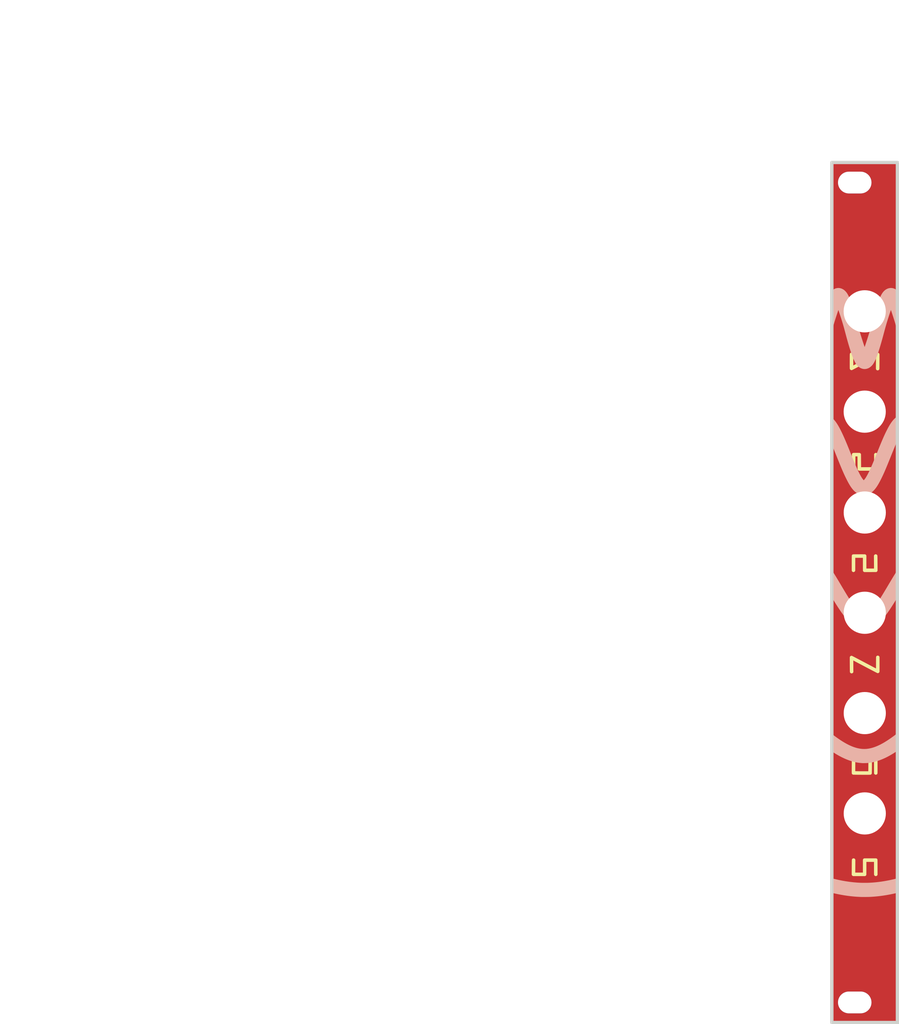
<source format=kicad_pcb>
(kicad_pcb (version 20241229) (generator "pcbnew") (generator_version "9.0")
  (title_block (title "Castor & Pollux II") (date "2025-01-30") (rev "v1 DIY") (company "Winterbloom") (comment 1 "Alethea Flowers") (comment 2 "CC BY-NC-ND 4.0") (comment 3 "gemini.wntr.dev"))
  (layers (0 "F.Cu" signal) (2 "B.Cu" signal) (13 "F.Paste" user) (15 "B.Paste" user) (5 "F.SilkS" user "F.Silkscreen") (7 "B.SilkS" user "B.Silkscreen") (1 "F.Mask" user) (3 "B.Mask" user) (25 "Edge.Cuts" user))
  (net 0 "")
  (footprint "DrillHole" (layer "F.Cu") (at 139.264989 145.44438)
    (property "Reference" "" (at 0 0 0) (layer "F.SilkS") (effects (font (size 1.27 1.27))))
    (property "Value" "")
    (pad "" np_thru_hole circle (at 0 0) (size 6.3 6.3) (drill 6.3) (layers "*.Cu" "*.Mask") (clearance 0.1))
  )
  (footprint "Graphics" (layer "F.Cu") (at 134.344989 48.18438)
    (property "Reference" "" (at 0 0 0) (layer "F.SilkS") (effects (font (size 1.27 1.27))))
    (property "Value" "")
    (fp_poly (pts (xy 4.29 109.740052) (xy 3.803114 109.715417) (xy 3.317352 109.678985) (xy 2.830532 109.630455) (xy 2.340474 109.569527) (xy 1.844998 109.4959) (xy 1.341923 109.409275) (xy 0.829069 109.30935) (xy 0.304255 109.195826) (xy 0.2525 109.18405) (xy 0 109.12635) (xy 0 108.042009) (xy 0 106.957667) (xy 0.0225 106.963881) (xy 0.037975 106.967881) (xy 0.070059 106.975969) (xy 0.115941 106.987445) (xy 0.172811 107.001607) (xy 0.237859 107.017754) (xy 0.305 107.034375) (xy 0.902203 107.173602) (xy 1.493788 107.294619) (xy 2.079413 107.397378) (xy 2.658736 107.481825) (xy 3.231415 107.547911) (xy 3.797109 107.595584) (xy 4.229859 107.619806) (xy 4.314764 107.622813) (xy 4.415958 107.625269) (xy 4.53007 107.627172) (xy 4.653728 107.628523) (xy 4.783561 107.629319) (xy 4.916197 107.62956) (xy 5.048264 107.629246) (xy 5.176391 107.628376) (xy 5.297205 107.626949) (xy 5.407335 107.624964) (xy 5.503409 107.62242) (xy 5.565 107.620111) (xy 6.035113 107.593527) (xy 6.502318 107.555181) (xy 6.969765 107.504674) (xy 7.440601 107.441604) (xy 7.917977 107.365571) (xy 8.40504 107.276175) (xy 8.64 107.229059) (xy 8.727365 107.210715) (xy 8.825743 107.189429) (xy 8.932289 107.165864) (xy 9.044155 107.140684) (xy 9.158497 107.114551) (xy 9.272467 107.088128) (xy 9.38322 107.06208) (xy 9.487909 107.03707) (xy 9.583689 107.01376) (xy 9.667713 106.992814) (xy 9.737136 106.974896) (xy 9.7775 106.963957) (xy 9.8 106.957667) (xy 9.8 108.042211) (xy 9.8 109.126755) (xy 9.5325 109.187894) (xy 9.060656 109.291505) (xy 8.601523 109.38356) (xy 8.151828 109.464529) (xy 7.708301 109.53488) (xy 7.267668 109.595081) (xy 6.82666 109.645601) (xy 6.382003 109.686908) (xy 5.930426 109.719471) (xy 5.745 109.730269) (xy 5.681838 109.733069) (xy 5.601457 109.735627) (xy 5.506633 109.737923) (xy 5.400146 109.739939) (xy 5.284774 109.741657) (xy 5.163296 109.743057) (xy 5.03849 109.744122) (xy 4.913135 109.744831) (xy 4.790009 109.745167) (xy 4.67189 109.745111) (xy 4.561558 109.744644) (xy 4.46179 109.743748) (xy 4.375365 109.742404) (xy 4.305061 109.740592) (xy 4.29 109.740052)) (fill yes) (layer "B.SilkS"))
    (fp_poly (pts (xy 4.54 89.744196) (xy 4.512889 89.742009) (xy 4.471267 89.738683) (xy 4.420562 89.73465) (xy 4.366202 89.730343) (xy 4.36 89.729853) (xy 4.022875 89.693637) (xy 3.681346 89.637934) (xy 3.335449 89.562754) (xy 2.985219 89.468113) (xy 2.630693 89.354021) (xy 2.271906 89.220492) (xy 1.908895 89.067539) (xy 1.541694 88.895175) (xy 1.170339 88.703412) (xy 0.794867 88.492263) (xy 0.640041 88.400272) (xy 0.52374 88.32922) (xy 0.395893 88.249521) (xy 0.261224 88.164159) (xy 0.124456 88.076121) (xy 0.037624 88.019501) (xy 0.000248 87.995) (xy 0.000124 86.686929) (xy 0 85.378858) (xy 0.0725 85.436041) (xy 0.099979 85.457366) (xy 0.140566 85.488394) (xy 0.191317 85.526898) (xy 0.249289 85.570652) (xy 0.311537 85.617428) (xy 0.375 85.66491) (xy 0.701501 85.904069) (xy 1.017962 86.126516) (xy 1.324928 86.332513) (xy 1.622941 86.522318) (xy 1.912546 86.69619) (xy 2.194287 86.85439) (xy 2.468706 86.997177) (xy 2.736347 87.12481) (xy 2.997754 87.237549) (xy 3.253471 87.335655) (xy 3.504042 87.419385) (xy 3.750009 87.489) (xy 3.991917 87.54476) (xy 4.230309 87.586924) (xy 4.459106 87.615117) (xy 4.556035 87.622353) (xy 4.666909 87.627063) (xy 4.785836 87.629249) (xy 4.906921 87.628909) (xy 5.024269 87.626044) (xy 5.131988 87.620653) (xy 5.200894 87.615148) (xy 5.459685 87.582436) (xy 5.721448 87.533775) (xy 5.986907 87.468905) (xy 6.256787 87.387571) (xy 6.531811 87.289514) (xy 6.812706 87.174477) (xy 7.100195 87.042204) (xy 7.395004 86.892436) (xy 7.681089 86.734533) (xy 7.908455 86.600623) (xy 8.14641 86.453275) (xy 8.392471 86.294189) (xy 8.644155 86.125064) (xy 8.89898 85.947598) (xy 9.154464 85.763492) (xy 9.408123 85.574445) (xy 9.657475 85.382156) (xy 9.6625 85.378212) (xy 9.8 85.270228) (xy 9.8 86.585477) (xy 9.8 87.900726) (xy 9.5525 88.063892) (xy 9.21838 88.278611) (xy 8.892675 88.476542) (xy 8.574051 88.658358) (xy 8.261174 88.824736) (xy 7.952711 88.976349) (xy 7.647328 89.113872) (xy 7.343691 89.237979) (xy 7.040466 89.349346) (xy 6.95 89.380165) (xy 6.682982 89.465154) (xy 6.426452 89.537581) (xy 6.176138 89.59838) (xy 5.927767 89.648485) (xy 5.677067 89.688829) (xy 5.419765 89.720346) (xy 5.37 89.725391) (xy 5.322144 89.729193) (xy 5.259428 89.732822) (xy 5.185113 89.736206) (xy 5.102456 89.739271) (xy 5.014719 89.741942) (xy 4.92516 89.744146) (xy 4.837039 89.745809) (xy 4.753616 89.746857) (xy 4.67815 89.747216) (xy 4.613901 89.746812) (xy 4.564128 89.745572) (xy 4.54 89.744196)) (fill yes) (layer "B.SilkS"))
    (fp_poly (pts (xy 4.72 69.74407) (xy 4.513078 69.713244) (xy 4.313017 69.669967) (xy 4.118198 69.613482) (xy 3.927002 69.543032) (xy 3.73781 69.457859) (xy 3.549002 69.357208) (xy 3.358958 69.240321) (xy 3.166061 69.106441) (xy 2.968689 68.954812) (xy 2.885 68.886426) (xy 2.835513 68.843551) (xy 2.775089 68.788351) (xy 2.706219 68.723321) (xy 2.631396 68.650958) (xy 2.553112 68.573757) (xy 2.47386 68.494213) (xy 2.396132 68.414821) (xy 2.322419 68.338077) (xy 2.255216 68.266477) (xy 2.197013 68.202515) (xy 2.162117 68.162637) (xy 2.033762 68.009818) (xy 1.904373 67.850042) (xy 1.773346 67.68243) (xy 1.640078 67.506104) (xy 1.503966 67.320183) (xy 1.364408 67.12379) (xy 1.2208 66.916044) (xy 1.072539 66.696067) (xy 0.919024 66.462979) (xy 0.759649 66.215901) (xy 0.593814 65.953955) (xy 0.420914 65.67626) (xy 0.240347 65.381938) (xy 0.126867 65.195) (xy -0.000139 64.985) (xy 0.00243 62.950017) (xy 0.005 60.915034) (xy 0.136223 61.120017) (xy 0.225397 61.260089) (xy 0.317799 61.406789) (xy 0.414105 61.56123) (xy 0.514993 61.724522) (xy 0.621139 61.897777) (xy 0.73322 62.082107) (xy 0.851912 62.278623) (xy 0.977891 62.488437) (xy 1.111835 62.712661) (xy 1.25442 62.952406) (xy 1.362659 63.135) (xy 1.499724 63.366302) (xy 1.627413 63.581327) (xy 1.746364 63.78111) (xy 1.857212 63.966688) (xy 1.960595 64.139098) (xy 2.057148 64.299376) (xy 2.147508 64.448557) (xy 2.232312 64.587678) (xy 2.312196 64.717775) (xy 2.387796 64.839885) (xy 2.45975 64.955044) (xy 2.528693 65.064287) (xy 2.595263 65.168652) (xy 2.660095 65.269174) (xy 2.723826 65.36689) (xy 2.787093 65.462836) (xy 2.850531 65.558048) (xy 2.85612 65.566391) (xy 3.012264 65.796037) (xy 3.162035 66.009212) (xy 3.306951 66.207823) (xy 3.448531 66.393776) (xy 3.588294 66.56898) (xy 3.727758 66.735339) (xy 3.868441 66.894761) (xy 4.011863 67.049153) (xy 4.149865 67.190727) (xy 4.237429 67.276883) (xy 4.314875 67.349203) (xy 4.384502 67.409529) (xy 4.448609 67.459702) (xy 4.509496 67.501566) (xy 4.56946 67.536962) (xy 4.605 67.555391) (xy 4.682443 67.590213) (xy 4.751976 67.613117) (xy 4.820333 67.625805) (xy 4.894248 67.629982) (xy 4.9 67.63) (xy 4.97458 67.626374) (xy 5.043113 67.614359) (xy 5.112334 67.592252) (xy 5.188978 67.558351) (xy 5.195 67.555391) (xy 5.255514 67.522909) (xy 5.315602 67.485034) (xy 5.377564 67.439923) (xy 5.4437 67.385733) (xy 5.516308 67.320622) (xy 5.59769 67.242747) (xy 5.650094 67.190727) (xy 5.78996 67.047274) (xy 5.925007 66.902173) (xy 6.056944 66.75331) (xy 6.187478 66.598571) (xy 6.318318 66.435843) (xy 6.451172 66.26301) (xy 6.587748 66.077961) (xy 6.729754 65.878579) (xy 6.84659 65.71) (xy 6.908327 65.619491) (xy 6.9696 65.528652) (xy 7.031009 65.436507) (xy 7.093158 65.342084) (xy 7.156646 65.24441) (xy 7.222074 65.142511) (xy 7.290045 65.035413) (xy 7.361159 64.922144) (xy 7.436018 64.801729) (xy 7.515223 64.673195) (xy 7.599375 64.53557) (xy 7.689075 64.387878) (xy 7.784925 64.229148) (xy 7.887526 64.058405) (xy 7.997479 63.874677) (xy 8.115386 63.676989) (xy 8.241847 63.464368) (xy 8.377464 63.235841) (xy 8.440191 63.13) (xy 8.544032 62.954829) (xy 8.638789 62.795219) (xy 8.725484 62.64947) (xy 8.805138 62.515882) (xy 8.878771 62.392756) (xy 8.947405 62.278392) (xy 9.012059 62.171091) (xy 9.073755 62.069153) (xy 9.133515 61.970878) (xy 9.192357 61.874568) (xy 9.251305 61.778522) (xy 9.278097 61.735) (xy 9.325798 61.657818) (xy 9.376294 61.576539) (xy 9.428448 61.492958) (xy 9.481126 61.408867) (xy 9.533191 61.326062) (xy 9.583507 61.246334) (xy 9.630938 61.171478) (xy 9.674349 61.103288) (xy 9.712603 61.043556) (xy 9.744565 60.994077) (xy 9.769098 60.956644) (xy 9.785068 60.933051) (xy 9.790758 60.9255) (xy 9.791833 60.934277) (xy 9.792853 60.96251) (xy 9.793816 61.009655) (xy 9.79472 61.075167) (xy 9.795561 61.158503) (xy 9.796338 61.259119) (xy 9.797047 61.376469) (xy 9.797688 61.510011) (xy 9.798256 61.6592) (xy 9.798749 61.823492) (xy 9.799166 62.002343) (xy 9.799502 62.195209) (xy 9.799757 62.401545) (xy 9.799928 62.620808) (xy 9.800011 62.852453) (xy 9.80002 62.9505) (xy 9.800039 64.985) (xy 9.688171 65.17) (xy 9.50491 65.47126) (xy 9.329788 65.755398) (xy 9.162219 66.023289) (xy 9.001619 66.275808) (xy 8.847403 66.513829) (xy 8.698987 66.738229) (xy 8.555785 66.949883) (xy 8.417215 67.149665) (xy 8.28269 67.338452) (xy 8.151626 67.517117) (xy 8.02344 67.686537) (xy 7.9115 67.83) (xy 7.714767 68.070342) (xy 7.517174 68.295817) (xy 7.319615 68.50552) (xy 7.122983 68.698549) (xy 6.928171 68.874) (xy 6.736073 69.030971) (xy 6.685 69.069908) (xy 6.467824 69.222883) (xy 6.249229 69.356955) (xy 6.029637 69.471932) (xy 5.809473 69.567622) (xy 5.58916 69.643836) (xy 5.369122 69.700381) (xy 5.235 69.725167) (xy 5.1949 69.730027) (xy 5.140644 69.734563) (xy 5.076475 69.73862) (xy 5.006636 69.742042) (xy 4.93537 69.744673) (xy 4.86692 69.746357) (xy 4.805528 69.746939) (xy 4.755437 69.746263) (xy 4.720891 69.744172) (xy 4.72 69.74407)) (fill yes) (layer "B.SilkS"))
    (fp_poly (pts (xy 4.61 49.743114) (xy 4.441485 49.715737) (xy 4.271326 49.669302) (xy 4.100889 49.604524) (xy 3.931538 49.522116) (xy 3.76464 49.422793) (xy 3.601559 49.30727) (xy 3.443661 49.176261) (xy 3.34 49.078743) (xy 3.235695 48.971156) (xy 3.133502 48.856455) (xy 3.032642 48.733444) (xy 2.932332 48.600928) (xy 2.831792 48.457711) (xy 2.73024 48.302598) (xy 2.626895 48.134391) (xy 2.520976 47.951895) (xy 2.411703 47.753914) (xy 2.298293 47.539253) (xy 2.179966 47.306715) (xy 2.17161 47.29) (xy 2.111729 47.169388) (xy 2.053197 47.049985) (xy 1.995568 46.930757) (xy 1.938397 46.810673) (xy 1.881241 46.688697) (xy 1.823654 46.563797) (xy 1.76519 46.43494) (xy 1.705406 46.301092) (xy 1.643857 46.161219) (xy 1.580096 46.01429) (xy 1.513681 45.859269) (xy 1.444166 45.695125) (xy 1.371105 45.520823) (xy 1.294055 45.33533) (xy 1.212571 45.137613) (xy 1.126207 44.926639) (xy 1.034518 44.701375) (xy 0.937061 44.460786) (xy 0.833389 44.20384) (xy 0.723059 43.929503) (xy 0.697161 43.865) (xy 0.619989 43.672851) (xy 0.549583 43.49781) (xy 0.485341 43.338394) (xy 0.426657 43.19312) (xy 0.372926 43.060504) (xy 0.323544 42.939063) (xy 0.277906 42.827315) (xy 0.235408 42.723775) (xy 0.195445 42.62696) (xy 0.157412 42.535387) (xy 0.120704 42.447572) (xy 0.084718 42.362033) (xy 0.078893 42.348238) (xy 0 42.161477) (xy 0 40.144898) (xy 0 38.128319) (xy 0.042231 38.16166) (xy 0.073361 38.188297) (xy 0.114697 38.226648) (xy 0.163094 38.273531) (xy 0.215411 38.325766) (xy 0.268503 38.380173) (xy 0.319228 38.433571) (xy 0.364442 38.482779) (xy 0.401001 38.524618) (xy 0.401322 38.525) (xy 0.499829 38.646935) (xy 0.599132 38.77926) (xy 0.699534 38.922559) (xy 0.801338 39.077414) (xy 0.904848 39.244409) (xy 1.010366 39.424127) (xy 1.118198 39.617152) (xy 1.228646 39.824065) (xy 1.342013 40.04545) (xy 1.458603 40.281891) (xy 1.57872 40.53397) (xy 1.702667 40.802271) (xy 1.830747 41.087377) (xy 1.963264 41.389871) (xy 2.100521 41.710335) (xy 2.242822 42.049354) (xy 2.272148 42.12) (xy 2.291539 42.167082) (xy 2.317687 42.231018) (xy 2.349901 42.310102) (xy 2.387491 42.402626) (xy 2.429766 42.506884) (xy 2.476035 42.621168) (xy 2.525608 42.743772) (xy 2.577792 42.872989) (xy 2.631898 43.007112) (xy 2.687235 43.144433) (xy 2.743111 43.283246) (xy 2.769959 43.35) (xy 2.870599 43.600094) (xy 2.964359 43.832612) (xy 3.05168 44.048591) (xy 3.133006 44.249067) (xy 3.208777 44.435074) (xy 3.279438 44.60765) (xy 3.34543 44.767829) (xy 3.407195 44.916648) (xy 3.465177 45.055142) (xy 3.519818 45.184348) (xy 3.571559 45.3053) (xy 3.620844 45.419035) (xy 3.668114 45.526589) (xy 3.713814 45.628997) (xy 3.758383 45.727295) (xy 3.802266 45.822519) (xy 3.845905 45.915705) (xy 3.889742 46.007888) (xy 3.934219 46.100105) (xy 3.979779 46.19339) (xy 4.015085 46.265) (xy 4.114434 46.462588) (xy 4.208068 46.642258) (xy 4.29588 46.80382) (xy 4.377765 46.947086) (xy 4.453615 47.071867) (xy 4.523324 47.177975) (xy 4.562681 47.233309) (xy 4.596059 47.277595) (xy 4.631866 47.323409) (xy 4.667803 47.368) (xy 4.701571 47.408618) (xy 4.73087 47.442512) (xy 4.753401 47.466932) (xy 4.766862 47.479127) (xy 4.768943 47.48) (xy 4.777634 47.472542) (xy 4.796232 47.45204) (xy 4.82245 47.421303) (xy 4.854003 47.38314) (xy 4.888602 47.340361) (xy 4.923961 47.295773) (xy 4.957794 47.252186) (xy 4.987813 47.212408) (xy 4.9972 47.199625) (xy 5.037055 47.141642) (xy 5.084068 47.067744) (xy 5.136985 46.98016) (xy 5.194552 46.881121) (xy 5.255516 46.772856) (xy 5.318623 46.657596) (xy 5.38262 46.537569) (xy 5.446251 46.415006) (xy 5.508265 46.292136) (xy 5.514288 46.28) (xy 5.57787 46.150322) (xy 5.641656 46.017384) (xy 5.706168 45.879974) (xy 5.77193 45.736882) (xy 5.839462 45.586894) (xy 5.909288 45.4288) (xy 5.98193 45.261389) (xy 6.057909 45.083448) (xy 6.137747 44.893766) (xy 6.221968 44.691132) (xy 6.311093 44.474334) (xy 6.405645 44.242161) (xy 6.506145 43.9934) (xy 6.591834 43.78) (xy 6.709515 43.486572) (xy 6.820399 43.21087) (xy 6.924884 42.951964) (xy 7.02337 42.708918) (xy 7.116256 42.480802) (xy 7.203942 42.266681) (xy 7.286825 42.065622) (xy 7.365307 41.876693) (xy 7.439785 41.698961) (xy 7.510659 41.531493) (xy 7.578328 41.373356) (xy 7.643192 41.223617) (xy 7.70565 41.081343) (xy 7.7661 40.945601) (xy 7.824943 40.815458) (xy 7.882577 40.689982) (xy 7.939401 40.568239) (xy 7.995815 40.449296) (xy 8.052219 40.332221) (xy 8.10901 40.21608) (xy 8.166559 40.1) (xy 8.291632 39.853997) (xy 8.412357 39.626284) (xy 8.52946 39.415806) (xy 8.643668 39.221509) (xy 8.755708 39.042337) (xy 8.866306 38.877234) (xy 8.976188 38.725147) (xy 9.08608 38.58502) (xy 9.19671 38.455797) (xy 9.308803 38.336424) (xy 9.423086 38.225845) (xy 9.51 38.148623) (xy 9.541207 38.122846) (xy 9.579765 38.092428) (xy 9.622552 38.059663) (xy 9.666448 38.026846) (xy 9.708333 37.996272) (xy 9.745086 37.970237) (xy 9.773586 37.951035) (xy 9.790714 37.94096) (xy 9.793679 37.94) (xy 9.794338 37.949834) (xy 9.794977 37.978675) (xy 9.795594 38.025527) (xy 9.796185 38.089396) (xy 9.796746 38.16929) (xy 9.797275 38.264212) (xy 9.797767 38.373171) (xy 9.79822 38.49517) (xy 9.79863 38.629217) (xy 9.798992 38.774317) (xy 9.799305 38.929475) (xy 9.799564 39.093699) (xy 9.799766 39.265994) (xy 9.799908 39.445365) (xy 9.799986 39.630819) (xy 9.8 39.75375) (xy 9.8 41.567501) (xy 9.754078 41.66625) (xy 9.717654 41.745477) (xy 9.678666 41.832079) (xy 9.636769 41.926882) (xy 9.59162 42.030711) (xy 9.542875 42.144393) (xy 9.490191 42.268753) (xy 9.433224 42.404617) (xy 9.37163 42.552811) (xy 9.305066 42.71416) (xy 9.233187 42.88949) (xy 9.155651 43.079627) (xy 9.072113 43.285396) (xy 8.982229 43.507623) (xy 8.885656 43.747135) (xy 8.82013 43.91) (xy 8.710731 44.181783) (xy 8.608114 44.435979) (xy 8.511826 44.673644) (xy 8.421414 44.895836) (xy 8.336424 45.103611) (xy 8.256403 45.298029) (xy 8.180897 45.480145) (xy 8.109454 45.651017) (xy 8.041619 45.811702) (xy 7.97694 45.963258) (xy 7.914962 46.106742) (xy 7.855233 46.243212) (xy 7.797299 46.373724) (xy 7.740706 46.499336) (xy 7.685002 46.621105) (xy 7.629733 46.740089) (xy 7.574446 46.857345) (xy 7.518686 46.97393) (xy 7.462001 47.090902) (xy 7.414716 47.187433) (xy 7.298519 47.419992) (xy 7.187456 47.634754) (xy 7.080764 47.833029) (xy 6.97768 48.01613) (xy 6.877441 48.18537) (xy 6.779282 48.34206) (xy 6.682441 48.487513) (xy 6.586153 48.623041) (xy 6.554979 48.665) (xy 6.403446 48.854606) (xy 6.246851 49.026956) (xy 6.085672 49.181727) (xy 5.920383 49.318598) (xy 5.751463 49.437247) (xy 5.579387 49.537352) (xy 5.404632 49.61859) (xy 5.227675 49.680641) (xy 5.048991 49.723182) (xy 4.97022 49.7356) (xy 4.907904 49.741882) (xy 4.83512 49.746057) (xy 4.758936 49.747977) (xy 4.686418 49.747495) (xy 4.624634 49.744463) (xy 4.61 49.743114)) (fill yes) (layer "B.SilkS"))
    (fp_poly (pts (xy 4.778876 30.860358) (xy 4.618135 30.834058) (xy 4.461414 30.788522) (xy 4.309416 30.72424) (xy 4.162846 30.641697) (xy 4.022409 30.541383) (xy 3.888809 30.423785) (xy 3.762752 30.289392) (xy 3.64494 30.13869) (xy 3.565391 30.02) (xy 3.487288 29.887711) (xy 3.406962 29.735908) (xy 3.324396 29.564555) (xy 3.239577 29.373613) (xy 3.15249 29.163047) (xy 3.063119 28.932819) (xy 2.971452 28.682891) (xy 2.877471 28.413227) (xy 2.781164 28.123789) (xy 2.682515 27.81454) (xy 2.65002 27.71) (xy 2.598019 27.540268) (xy 2.545963 27.367448) (xy 2.493418 27.19) (xy 2.439953 27.006386) (xy 2.385135 26.815065) (xy 2.328531 26.614498) (xy 2.269709 26.403147) (xy 2.208236 26.17947) (xy 2.143681 25.94193) (xy 2.075609 25.688985) (xy 2.00359 25.419098) (xy 1.956043 25.239854) (xy 1.895369 25.012531) (xy 1.836915 24.797634) (xy 1.779542 24.591253) (xy 1.72211 24.389474) (xy 1.663477 24.188388) (xy 1.602504 23.984081) (xy 1.538051 23.772643) (xy 1.468977 23.550162) (xy 1.39585 23.318112) (xy 1.373193 23.247031) (xy 1.347293 23.16641) (xy 1.318745 23.078055) (xy 1.288145 22.983777) (xy 1.256091 22.885384) (xy 1.223177 22.784683) (xy 1.190001 22.683484) (xy 1.157158 22.583595) (xy 1.125245 22.486825) (xy 1.094858 22.394981) (xy 1.066593 22.309873) (xy 1.041046 22.233309) (xy 1.018814 22.167098) (xy 1.000492 22.113047) (xy 0.986678 22.072966) (xy 0.977967 22.048663) (xy 0.975079 22.041802) (xy 0.971419 22.050338) (xy 0.962148 22.076052) (xy 0.947875 22.117117) (xy 0.929209 22.171703) (xy 0.906758 22.23798) (xy 0.881132 22.314121) (xy 0.852939 22.398294) (xy 0.822788 22.488672) (xy 0.791287 22.583426) (xy 0.759046 22.680725) (xy 0.726673 22.778741) (xy 0.694776 22.875645) (xy 0.663966 22.969608) (xy 0.63485 23.0588) (xy 0.608037 23.141393) (xy 0.584136 23.215556) (xy 0.57631 23.24) (xy 0.522042 23.411519) (xy 0.465517 23.59326) (xy 0.40767 23.782055) (xy 0.349439 23.97474) (xy 0.29176 24.168147) (xy 0.23557 24.359109) (xy 0.181806 24.544459) (xy 0.131404 24.721033) (xy 0.085302 24.885662) (xy 0.044435 25.03518) (xy 0.036436 25.065) (xy 0.001693 25.195) (xy 0.000846 22.173312) (xy 0 19.151623) (xy 0.0775 19.089117) (xy 0.221324 18.984686) (xy 0.369454 18.899467) (xy 0.521024 18.833481) (xy 0.675168 18.786749) (xy 0.831021 18.75929) (xy 0.987715 18.751126) (xy 1.144387 18.762277) (xy 1.300169 18.792764) (xy 1.454196 18.842607) (xy 1.605602 18.911828) (xy 1.753521 19.000446) (xy 1.82 19.047614) (xy 1.878276 19.0949) (xy 1.943724 19.154422) (xy 2.012191 19.221931) (xy 2.079524 19.293178) (xy 2.141569 19.363916) (xy 2.194172 19.429896) (xy 2.195543 19.431733) (xy 2.260185 19.523347) (xy 2.325223 19.625219) (xy 2.39082 19.737809) (xy 2.457134 19.861577) (xy 2.524325 19.99698) (xy 2.592556 20.144478) (xy 2.661985 20.304531) (xy 2.732774 20.477597) (xy 2.805082 20.664135) (xy 2.87907 20.864604) (xy 2.954899 21.079464) (xy 3.032729 21.309173) (xy 3.112719 21.554191) (xy 3.195032 21.814976) (xy 3.279826 22.091987) (xy 3.367263 22.385685) (xy 3.457503 22.696526) (xy 3.550705 23.024972) (xy 3.647032 23.371481) (xy 3.746642 23.736511) (xy 3.849697 24.120522) (xy 3.899977 24.31) (xy 3.954239 24.514093) (xy 4.004962 24.702407) (xy 4.053204 24.878628) (xy 4.100023 25.046441) (xy 4.146478 25.209533) (xy 4.193627 25.371589) (xy 4.242528 25.536294) (xy 4.29424 25.707335) (xy 4.349821 25.888397) (xy 4.39531 26.035) (xy 4.428392 26.140682) (xy 4.463552 26.252043) (xy 4.50029 26.367561) (xy 4.538104 26.485715) (xy 4.576494 26.604984) (xy 4.614959 26.723846) (xy 4.652999 26.840781) (xy 4.690112 26.954265) (xy 4.725798 27.062779) (xy 4.759556 27.1648) (xy 4.790886 27.258807) (xy 4.819286 27.34328) (xy 4.844257 27.416695) (xy 4.865297 27.477532) (xy 4.881906 27.52427) (xy 4.893583 27.555387) (xy 4.899826 27.569362) (xy 4.900497 27.57) (xy 4.904521 27.560779) (xy 4.914144 27.534281) (xy 4.928789 27.492248) (xy 4.947878 27.436426) (xy 4.970835 27.368558) (xy 4.997083 27.29039) (xy 5.026044 27.203665) (xy 5.057141 27.110127) (xy 5.089798 27.011522) (xy 5.123437 26.909593) (xy 5.157481 26.806084) (xy 5.191354 26.702741) (xy 5.224477 26.601306) (xy 5.256274 26.503526) (xy 5.286167 26.411143) (xy 5.313581 26.325902) (xy 5.337936 26.249548) (xy 5.350441 26.21) (xy 5.431809 25.949183) (xy 5.508646 25.697609) (xy 5.582242 25.450811) (xy 5.653888 25.20432) (xy 5.724875 24.95367) (xy 5.796493 24.694394) (xy 5.870033 24.422024) (xy 5.905156 24.29) (xy 5.983067 23.99703) (xy 6.056842 23.722087) (xy 6.126899 23.463723) (xy 6.193657 23.220492) (xy 6.257535 22.990944) (xy 6.318952 22.773634) (xy 6.378326 22.567113) (xy 6.436076 22.369934) (xy 6.492621 22.18065) (xy 6.54838 21.997812) (xy 6.603771 21.819974) (xy 6.659213 21.645689) (xy 6.715125 21.473507) (xy 6.754255 21.355) (xy 6.840782 21.098988) (xy 6.92408 20.861746) (xy 7.004637 20.642389) (xy 7.082941 20.440035) (xy 7.159479 20.253802) (xy 7.234742 20.082807) (xy 7.309215 19.926167) (xy 7.383389 19.782999) (xy 7.45775 19.652421) (xy 7.532788 19.53355) (xy 7.60899 19.425504) (xy 7.686845 19.327398) (xy 7.766841 19.238352) (xy 7.849466 19.157482) (xy 7.935208 19.083905) (xy 8.024555 19.016738) (xy 8.061496 18.991414) (xy 8.208126 18.904874) (xy 8.359983 18.8376) (xy 8.516928 18.789639) (xy 8.678823 18.761038) (xy 8.77 18.753572) (xy 8.929688 18.755521) (xy 9.086679 18.777232) (xy 9.24102 18.818723) (xy 9.392757 18.88001) (xy 9.541939 18.961108) (xy 9.688611 19.062036) (xy 9.7225 19.088458) (xy 9.8 19.150241) (xy 9.799239 22.17262) (xy 9.798478 25.195) (xy 9.759075 25.05) (xy 9.686132 24.784912) (xy 9.612037 24.52246) (xy 9.535975 24.25997) (xy 9.457133 23.994768) (xy 9.374696 23.724179) (xy 9.287852 23.44553) (xy 9.195785 23.156145) (xy 9.097683 22.853352) (xy 9.002941 22.565296) (xy 8.827601 22.035592) (xy 8.773704 22.190296) (xy 8.756794 22.239553) (xy 8.734599 22.305324) (xy 8.707949 22.385078) (xy 8.677674 22.476288) (xy 8.644602 22.576423) (xy 8.609565 22.682954) (xy 8.573391 22.793353) (xy 8.536911 22.90509) (xy 8.500954 23.015637) (xy 8.46635 23.122463) (xy 8.433929 23.22304) (xy 8.404521 23.314839) (xy 8.396502 23.34) (xy 8.305495 23.629491) (xy 8.218323 23.914289) (xy 8.133738 24.198699) (xy 8.05049 24.487026) (xy 7.967331 24.783577) (xy 7.88301 25.092657) (xy 7.82495 25.31) (xy 7.72463 25.68607) (xy 7.628032 26.043126) (xy 7.534963 26.381766) (xy 7.445228 26.702589) (xy 7.358633 27.006192) (xy 7.274982 27.293175) (xy 7.194081 27.564135) (xy 7.115735 27.819671) (xy 7.039749 28.060382) (xy 6.96593 28.286865) (xy 6.894081 28.499718) (xy 6.824009 28.699541) (xy 6.755518 28.886932) (xy 6.688415 29.062489) (xy 6.622503 29.22681) (xy 6.557589 29.380493) (xy 6.493479 29.524137) (xy 6.429976 29.658341) (xy 6.373111 29.771685) (xy 6.295666 29.915183) (xy 6.219616 30.042173) (xy 6.142701 30.155808) (xy 6.062663 30.259244) (xy 5.977241 30.355635) (xy 5.897601 30.435442) (xy 5.760868 30.553888) (xy 5.619461 30.653023) (xy 5.472947 30.733082) (xy 5.320892 30.7943) (xy 5.162864 30.83691) (xy 5.151884 30.839139) (xy 5.058202 30.853815) (xy 4.958794 30.862499) (xy 4.861876 30.864725) (xy 4.778876 30.860358)) (fill yes) (layer "B.SilkS"))
  )
  (footprint "DrillHole" (layer "F.Cu") (at 139.254989 70.42438)
    (property "Reference" "" (at 0 0 0) (layer "F.SilkS") (effects (font (size 1.27 1.27))))
    (property "Value" "")
    (pad "" np_thru_hole circle (at 0 0) (size 6.3 6.3) (drill 6.3) (layers "*.Cu" "*.Mask") (clearance 0.1))
  )
  (footprint "DrillSlottedHole" (layer "F.Cu") (at 137.764989 51.18438)
    (property "Reference" "" (at 0 0 0) (layer "F.SilkS") (effects (font (size 1.27 1.27))))
    (property "Value" "")
    (pad "" np_thru_hole roundrect (at 0 0) (size 5 3.25) (drill oval 5 3.25) (layers "*.Cu" "*.Mask") (roundrect_rratio 0.5) (clearance 0.1))
  )
  (footprint "Graphics" (layer "F.Cu") (at 134.344989 48.18438)
    (property "Reference" "" (at 0 0 0) (layer "F.SilkS") (effects (font (size 1.27 1.27))))
    (property "Value" "")
    (fp_poly (pts (xy 0.01 64.25) (xy 0.01 0) (xy 4.905 0) (xy 9.8 0) (xy 9.8 64.25) (xy 9.8 128.5) (xy 4.905 128.5) (xy 0.01 128.5) (xy 0.01 64.25)) (fill yes) (layer "F.Cu"))
  )
  (footprint "DrillSlottedHole" (layer "F.Cu") (at 137.764989 173.68438)
    (property "Reference" "" (at 0 0 0) (layer "F.SilkS") (effects (font (size 1.27 1.27))))
    (property "Value" "")
    (pad "" np_thru_hole roundrect (at 0 0) (size 5 3.25) (drill oval 5 3.25) (layers "*.Cu" "*.Mask") (roundrect_rratio 0.5) (clearance 0.1))
  )
  (footprint "Graphics" (layer "F.Cu") (at 134.344989 48.18438)
    (property "Reference" "" (at 0 0 0) (layer "F.SilkS") (effects (font (size 1.27 1.27))))
    (property "Value" "")
    (fp_poly (pts (xy 3.159935 61.190657) (xy 3.097431 61.161825) (xy 3.043276 61.117701) (xy 3.001798 61.062311) (xy 2.986157 61.029036) (xy 2.983573 61.021001) (xy 2.981276 61.010591) (xy 2.979254 60.996686) (xy 2.977493 60.978169) (xy 2.97598 60.95392) (xy 2.974702 60.92282) (xy 2.973646 60.883751) (xy 2.972799 60.835593) (xy 2.972146 60.777229) (xy 2.971675 60.707538) (xy 2.971373 60.625403) (xy 2.971226 60.529705) (xy 2.971221 60.419324) (xy 2.971345 60.293142) (xy 2.971585 60.15004) (xy 2.971927 59.988899) (xy 2.972244 59.855) (xy 2.972644 59.677578) (xy 2.972975 59.519038) (xy 2.973305 59.378261) (xy 2.9737 59.25413) (xy 2.974228 59.145526) (xy 2.974956 59.051332) (xy 2.975951 58.970429) (xy 2.977281 58.9017) (xy 2.979012 58.844025) (xy 2.981212 58.796289) (xy 2.983949 58.757371) (xy 2.987288 58.726155) (xy 2.991297 58.701522) (xy 2.996045 58.682355) (xy 3.001597 58.667534) (xy 3.008021 58.655943) (xy 3.015384 58.646463) (xy 3.023753 58.637977) (xy 3.033196 58.629365) (xy 3.043779 58.619511) (xy 3.046667 58.616667) (xy 3.058324 58.604569) (xy 3.068446 58.593911) (xy 3.078304 58.5846) (xy 3.089168 58.576541) (xy 3.102312 58.569638) (xy 3.119006 58.5638) (xy 3.140522 58.558929) (xy 3.168131 58.554934) (xy 3.203106 58.551718) (xy 3.246717 58.549188) (xy 3.300237 58.547249) (xy 3.364937 58.545807) (xy 3.442088 58.544768) (xy 3.532963 58.544037) (xy 3.638832 58.54352) (xy 3.760967 58.543123) (xy 3.900641 58.542751) (xy 4.048344 58.542342) (xy 4.231092 58.54192) (xy 4.393875 58.5418) (xy 4.536727 58.541984) (xy 4.659681 58.542472) (xy 4.76277 58.543263) (xy 4.846028 58.544358) (xy 4.909487 58.545757) (xy 4.953182 58.547461) (xy 4.977144 58.54947) (xy 4.980423 58.550114) (xy 5.032811 58.573363) (xy 5.081725 58.611833) (xy 5.121657 58.660848) (xy 5.132073 58.678825) (xy 5.16 58.732284) (xy 5.16 59.701142) (xy 5.16 60.67) (xy 5.731149 60.67) (xy 6.302298 60.67) (xy 6.294862 59.712345) (xy 6.287427 58.75469) (xy 6.310071 58.702051) (xy 6.339508 58.652137) (xy 6.38074 58.606692) (xy 6.428259 58.57081) (xy 6.474194 58.550226) (xy 6.510749 58.543768) (xy 6.55454 58.541164) (xy 6.578948 58.54186) (xy 6.643854 58.5559) (xy 6.702787 58.58637) (xy 6.752322 58.630286) (xy 6.789037 58.68466) (xy 6.808732 58.742291) (xy 6.810454 58.761015) (xy 6.812173 58.798989) (xy 6.813879 58.855462) (xy 6.81556 58.929686) (xy 6.817206 59.020909) (xy 6.818806 59.128382) (xy 6.820347 59.251355) (xy 6.82182 59.389077) (xy 6.823213 59.540798) (xy 6.824515 59.705769) (xy 6.825714 59.88324) (xy 6.82576 59.890674) (xy 6.832551 60.986348) (xy 6.810763 61.035674) (xy 6.772294 61.099452) (xy 6.719782 61.150972) (xy 6.685 61.173376) (xy 6.645 61.195) (xy 5.746354 61.197708) (xy 4.847708 61.200417) (xy 4.796293 61.176878) (xy 4.73562 61.139948) (xy 4.687071 61.091604) (xy 4.658711 61.045222) (xy 4.65567 61.037727) (xy 4.652984 61.028634) (xy 4.650633 61.016722) (xy 4.648592 61.000771) (xy 4.64684 60.979559) (xy 4.645355 60.951866) (xy 4.644113 60.91647) (xy 4.643094 60.872152) (xy 4.642273 60.817689) (xy 4.641629 60.751861) (xy 4.641139 60.673447) (xy 4.640782 60.581226) (xy 4.640534 60.473978) (xy 4.640373 60.350481) (xy 4.640276 60.209514) (xy 4.640222 60.049857) (xy 4.64022 60.0375) (xy 4.64 59.07) (xy 4.070195 59.07) (xy 3.500389 59.07) (xy 3.497695 60.0325) (xy 3.495 60.995) (xy 3.46697 61.052079) (xy 3.428588 61.109427) (xy 3.377789 61.154228) (xy 3.318169 61.18486) (xy 3.253323 61.199701) (xy 3.186845 61.197127) (xy 3.159935 61.190657)) (fill yes) (layer "F.SilkS"))
    (fp_poly (pts (xy 3.135719 106.609933) (xy 3.076383 106.576385) (xy 3.026432 106.527719) (xy 2.990171 106.468159) (xy 2.989346 106.466263) (xy 2.967456 106.415378) (xy 2.974356 105.310189) (xy 2.975453 105.132315) (xy 2.976445 104.973313) (xy 2.977399 104.832056) (xy 2.978384 104.707417) (xy 2.979466 104.598269) (xy 2.980714 104.503484) (xy 2.982194 104.421935) (xy 2.983975 104.352496) (xy 2.986124 104.294039) (xy 2.988708 104.245437) (xy 2.991796 104.205563) (xy 2.995455 104.17329) (xy 2.999752 104.14749) (xy 3.004754 104.127037) (xy 3.010531 104.110803) (xy 3.017148 104.097661) (xy 3.024674 104.086484) (xy 3.033177 104.076145) (xy 3.042723 104.065517) (xy 3.049429 104.058022) (xy 3.102635 104.01081) (xy 3.163257 103.98206) (xy 3.232158 103.971415) (xy 3.259247 103.971953) (xy 3.332608 103.984324) (xy 3.393551 104.012187) (xy 3.44318 104.056299) (xy 3.482603 104.117418) (xy 3.487942 104.128616) (xy 3.512544 104.182354) (xy 3.505095 105.141177) (xy 3.497646 106.1) (xy 4.068823 106.1) (xy 4.64 106.1) (xy 4.64 105.131963) (xy 4.64 104.163927) (xy 4.665778 104.112198) (xy 4.704323 104.054019) (xy 4.755934 104.009847) (xy 4.795 103.988673) (xy 4.802724 103.985533) (xy 4.812088 103.982774) (xy 4.824363 103.980372) (xy 4.840818 103.978303) (xy 4.862722 103.976542) (xy 4.891345 103.975063) (xy 4.927955 103.973844) (xy 4.973822 103.972858) (xy 5.030215 103.972082) (xy 5.098405 103.971491) (xy 5.179659 103.971059) (xy 5.275247 103.970763) (xy 5.386439 103.970578) (xy 5.514504 103.97048) (xy 5.660711 103.970442) (xy 5.735 103.970439) (xy 5.889942 103.970455) (xy 6.026156 103.970517) (xy 6.144914 103.970652) (xy 6.247488 103.970885) (xy 6.33515 103.971241) (xy 6.409171 103.971745) (xy 6.470825 103.972422) (xy 6.521383 103.973298) (xy 6.562117 103.974397) (xy 6.594299 103.975745) (xy 6.6192 103.977367) (xy 6.638094 103.979288) (xy 6.652251 103.981533) (xy 6.662945 103.984128) (xy 6.671446 103.987098) (xy 6.676011 103.989064) (xy 6.726924 104.021106) (xy 6.772722 104.06622) (xy 6.805633 104.115966) (xy 6.808621 104.122499) (xy 6.811289 104.13013) (xy 6.813659 104.139981) (xy 6.815752 104.153173) (xy 6.817587 104.17083) (xy 6.819188 104.194073) (xy 6.820574 104.224026) (xy 6.821766 104.26181) (xy 6.822787 104.308548) (xy 6.823656 104.365362) (xy 6.824395 104.433375) (xy 6.825025 104.513709) (xy 6.825567 104.607486) (xy 6.826042 104.715829) (xy 6.826471 104.839859) (xy 6.826876 104.980701) (xy 6.827276 105.139475) (xy 6.827626 105.287853) (xy 6.830252 106.420706) (xy 6.808993 106.470123) (xy 6.775105 106.52564) (xy 6.726884 106.573051) (xy 6.66975 106.607412) (xy 6.650345 106.614885) (xy 6.58225 106.627701) (xy 6.515362 106.622354) (xy 6.45273 106.600599) (xy 6.397403 106.564188) (xy 6.35243 106.514875) (xy 6.32086 106.454413) (xy 6.310864 106.419671) (xy 6.308722 106.400244) (xy 6.306821 106.362915) (xy 6.30516 106.307445) (xy 6.303736 106.233596) (xy 6.302545 106.141127) (xy 6.301585 106.029801) (xy 6.300854 105.899379) (xy 6.300349 105.749621) (xy 6.300067 105.58029) (xy 6.3 105.434508) (xy 6.3 104.5) (xy 5.73 104.5) (xy 5.16 104.5) (xy 5.159944 105.4575) (xy 5.159827 105.632617) (xy 5.159499 105.792218) (xy 5.158965 105.935807) (xy 5.158231 106.062888) (xy 5.157302 106.172965) (xy 5.156182 106.265542) (xy 5.154878 106.340124) (xy 5.153393 106.396214) (xy 5.151733 106.433316) (xy 5.149902 106.450934) (xy 5.149826 106.451227) (xy 5.132984 106.487317) (xy 5.103768 106.527284) (xy 5.067298 106.56531) (xy 5.028694 106.595581) (xy 5.016282 106.602918) (xy 4.975 106.625) (xy 4.08 106.627142) (xy 3.925653 106.627499) (xy 3.790018 106.627768) (xy 3.671803 106.627927) (xy 3.569722 106.627951) (xy 3.482484 106.627816) (xy 3.4088 106.627501) (xy 3.347381 106.62698) (xy 3.296939 106.626231) (xy 3.256184 106.62523) (xy 3.223826 106.623953) (xy 3.198578 106.622378) (xy 3.179149 106.620479) (xy 3.164251 106.618235) (xy 3.152594 106.615622) (xy 3.14289 106.612616) (xy 3.135719 106.609933)) (fill yes) (layer "F.SilkS"))
    (fp_poly (pts (xy 2.845 76.316127) (xy 2.782689 76.276055) (xy 2.734375 76.22189) (xy 2.710416 76.178341) (xy 2.707181 76.170642) (xy 2.70429 76.162254) (xy 2.701716 76.152025) (xy 2.699428 76.1388) (xy 2.697397 76.121428) (xy 2.695593 76.098754) (xy 2.693987 76.069627) (xy 2.69255 76.032892) (xy 2.691251 75.987398) (xy 2.690063 75.93199) (xy 2.688954 75.865515) (xy 2.687896 75.786821) (xy 2.686859 75.694755) (xy 2.685814 75.588164) (xy 2.684731 75.465893) (xy 2.683581 75.326792) (xy 2.682334 75.169705) (xy 2.681321 75.039879) (xy 2.680003 74.85848) (xy 2.678971 74.690786) (xy 2.678224 74.537432) (xy 2.677762 74.399053) (xy 2.677584 74.276283) (xy 2.67769 74.169759) (xy 2.67808 74.080114) (xy 2.678752 74.007985) (xy 2.679706 73.954005) (xy 2.680942 73.918811) (xy 2.682311 73.903643) (xy 2.703953 73.847133) (xy 2.741659 73.795457) (xy 2.791529 73.752253) (xy 2.849664 73.721155) (xy 2.891135 73.708936) (xy 2.931385 73.703132) (xy 2.965341 73.704958) (xy 3.001135 73.713672) (xy 3.015249 73.719882) (xy 3.046161 73.73501) (xy 3.093001 73.758602) (xy 3.154898 73.790203) (xy 3.230982 73.829359) (xy 3.320384 73.875616) (xy 3.422233 73.928521) (xy 3.535658 73.987617) (xy 3.65979 74.052452) (xy 3.793758 74.122572) (xy 3.936692 74.197521) (xy 4.087722 74.276847) (xy 4.245977 74.360093) (xy 4.410588 74.446808) (xy 4.580684 74.536536) (xy 4.755395 74.628822) (xy 4.823403 74.664779) (xy 4.998906 74.757584) (xy 5.16968 74.847867) (xy 5.334884 74.935187) (xy 5.49368 75.019099) (xy 5.645228 75.099162) (xy 5.78869 75.174933) (xy 5.923226 75.245968) (xy 6.047998 75.311825) (xy 6.162165 75.372061) (xy 6.26489 75.426234) (xy 6.355332 75.4739) (xy 6.432653 75.514618) (xy 6.496014 75.547943) (xy 6.544576 75.573433) (xy 6.577499 75.590647) (xy 6.593944 75.599139) (xy 6.595741 75.6) (xy 6.596359 75.59024) (xy 6.597008 75.561917) (xy 6.597677 75.516469) (xy 6.598354 75.455333) (xy 6.599028 75.379947) (xy 6.599689 75.291748) (xy 6.600325 75.192173) (xy 6.600927 75.082661) (xy 6.601482 74.964648) (xy 6.601979 74.839571) (xy 6.602338 74.7325) (xy 6.602779 74.577616) (xy 6.603159 74.441439) (xy 6.603575 74.322676) (xy 6.604126 74.220035) (xy 6.60491 74.132224) (xy 6.606027 74.05795) (xy 6.607573 73.995921) (xy 6.609648 73.944844) (xy 6.61235 73.903427) (xy 6.615778 73.870378) (xy 6.62003 73.844403) (xy 6.625205 73.824212) (xy 6.6314 73.80851) (xy 6.638715 73.796006) (xy 6.647247 73.785407) (xy 6.657096 73.775422) (xy 6.66836 73.764756) (xy 6.676667 73.756667) (xy 6.730133 73.7145) (xy 6.790142 73.689976) (xy 6.84011 73.682103) (xy 6.914057 73.685436) (xy 6.979778 73.706911) (xy 7.036516 73.746117) (xy 7.083517 73.802645) (xy 7.093977 73.82) (xy 7.125 73.875) (xy 7.127718 74.959866) (xy 7.128123 75.156418) (xy 7.128302 75.333317) (xy 7.128253 75.490907) (xy 7.127973 75.629534) (xy 7.127459 75.749543) (xy 7.12671 75.85128) (xy 7.125723 75.935089) (xy 7.124495 76.001316) (xy 7.123024 76.050307) (xy 7.121308 76.082405) (xy 7.119661 76.096635) (xy 7.097348 76.159444) (xy 7.060164 76.213669) (xy 7.011383 76.257222) (xy 6.954278 76.288017) (xy 6.892125 76.303967) (xy 6.828197 76.302985) (xy 6.804149 76.297746) (xy 6.791852 76.292155) (xy 6.762906 76.277764) (xy 6.718347 76.255118) (xy 6.659209 76.224759) (xy 6.586529 76.187232) (xy 6.501342 76.14308) (xy 6.404682 76.092847) (xy 6.297584 76.037077) (xy 6.181084 75.976313) (xy 6.056217 75.911099) (xy 5.924017 75.841978) (xy 5.785521 75.769495) (xy 5.641763 75.694194) (xy 5.493779 75.616616) (xy 5.342603 75.537308) (xy 5.18927 75.456811) (xy 5.034817 75.375671) (xy 4.880277 75.29443) (xy 4.726687 75.213632) (xy 4.57508 75.133821) (xy 4.426493 75.055541) (xy 4.281961 74.979335) (xy 4.142518 74.905747) (xy 4.009199 74.835321) (xy 3.883041 74.768601) (xy 3.765078 74.70613) (xy 3.656345 74.648451) (xy 3.557877 74.596109) (xy 3.47071 74.549647) (xy 3.395878 74.509609) (xy 3.334417 74.476539) (xy 3.287362 74.45098) (xy 3.271216 74.442104) (xy 3.207433 74.406843) (xy 3.211216 75.275921) (xy 3.215 76.145) (xy 3.185336 76.198556) (xy 3.162664 76.233572) (xy 3.136428 76.265759) (xy 3.120896 76.280777) (xy 3.063263 76.316057) (xy 2.997994 76.335483) (xy 2.930047 76.338418) (xy 2.864381 76.324227) (xy 2.845 76.316127)) (fill yes) (layer "F.SilkS"))
    (fp_poly (pts (xy 3.635 91.480234) (xy 3.524528 91.479006) (xy 3.432246 91.477878) (xy 3.356344 91.476758) (xy 3.295012 91.475553) (xy 3.246441 91.474168) (xy 3.208821 91.472511) (xy 3.180343 91.470488) (xy 3.159197 91.468005) (xy 3.143574 91.464969) (xy 3.131664 91.461286) (xy 3.121658 91.456863) (xy 3.115 91.453376) (xy 3.056907 91.411218) (xy 3.010245 91.355527) (xy 2.990785 91.32) (xy 2.986145 91.309073) (xy 2.982275 91.297412) (xy 2.979109 91.28321) (xy 2.976582 91.264659) (xy 2.974629 91.239955) (xy 2.973184 91.207289) (xy 2.972182 91.164855) (xy 2.971559 91.110846) (xy 2.971248 91.043456) (xy 2.971184 90.960879) (xy 2.971302 90.861306) (xy 2.971449 90.785) (xy 2.971755 90.680173) (xy 2.972264 90.559256) (xy 2.972951 90.426157) (xy 2.97379 90.284783) (xy 2.974756 90.139044) (xy 2.975824 89.992847) (xy 2.976969 89.8501) (xy 2.978165 89.714712) (xy 2.978735 89.655) (xy 2.985012 89.015) (xy 3.012015 88.963803) (xy 3.053514 88.903114) (xy 3.105333 88.85948) (xy 3.168233 88.832399) (xy 3.227025 88.822317) (xy 3.298334 88.82612) (xy 3.364361 88.848201) (xy 3.422271 88.886988) (xy 3.469229 88.940911) (xy 3.483224 88.964318) (xy 3.505 89.005) (xy 3.501579 89.975873) (xy 3.498158 90.946746) (xy 3.755701 90.953373) (xy 3.810276 90.954505) (xy 3.88242 90.955577) (xy 3.969704 90.95657) (xy 4.069695 90.95747) (xy 4.179965 90.958259) (xy 4.298083 90.958921) (xy 4.421618 90.95944) (xy 4.54814 90.959798) (xy 4.675219 90.95998) (xy 4.731622 90.96) (xy 5.45 90.96) (xy 5.450869 90.8675) (xy 5.451082 90.843563) (xy 5.451445 90.801267) (xy 5.451944 90.742251) (xy 5.452565 90.668156) (xy 5.453295 90.580621) (xy 5.45412 90.481286) (xy 5.455027 90.371791) (xy 5.456001 90.253777) (xy 5.45703 90.128882) (xy 5.4581 89.998748) (xy 5.45891 89.9) (xy 5.460169 89.747623) (xy 5.461315 89.613945) (xy 5.462386 89.497666) (xy 5.463422 89.397484) (xy 5.464463 89.3121) (xy 5.465548 89.240213) (xy 5.466715 89.180523) (xy 5.468006 89.131729) (xy 5.469458 89.092531) (xy 5.471111 89.061628) (xy 5.473004 89.03772) (xy 5.475178 89.019506) (xy 5.47767 89.005686) (xy 5.480521 88.994959) (xy 5.48377 88.986026) (xy 5.486768 88.979106) (xy 5.521684 88.922739) (xy 5.56985 88.874239) (xy 5.615966 88.844367) (xy 5.625933 88.839891) (xy 5.637428 88.836141) (xy 5.652256 88.83304) (xy 5.672222 88.830511) (xy 5.699132 88.828476) (xy 5.73479 88.826858) (xy 5.781003 88.825581) (xy 5.839574 88.824565) (xy 5.91231 88.823736) (xy 6.001015 88.823015) (xy 6.107496 88.822324) (xy 6.135 88.82216) (xy 6.246898 88.821556) (xy 6.340605 88.821214) (xy 6.417927 88.821183) (xy 6.480673 88.821511) (xy 6.530649 88.822246) (xy 6.569663 88.823434) (xy 6.599523 88.825126) (xy 6.622036 88.827368) (xy 6.639008 88.830208) (xy 6.652248 88.833696) (xy 6.659036 88.836074) (xy 6.714939 88.866858) (xy 6.764606 88.912098) (xy 6.802156 88.966255) (xy 6.806472 88.975) (xy 6.829805 89.025) (xy 6.829683 90.15) (xy 6.829658 90.323969) (xy 6.829611 90.47907) (xy 6.829521 90.616437) (xy 6.829369 90.737203) (xy 6.829135 90.8425) (xy 6.828799 90.933461) (xy 6.828341 91.011219) (xy 6.827741 91.076906) (xy 6.82698 91.131657) (xy 6.826038 91.176603) (xy 6.824895 91.212877) (xy 6.823531 91.241612) (xy 6.821927 91.263941) (xy 6.820062 91.280997) (xy 6.817916 91.293912) (xy 6.815471 91.30382) (xy 6.812706 91.311853) (xy 6.8096 91.319145) (xy 6.809215 91.32) (xy 6.771702 91.38166) (xy 6.723516 91.428513) (xy 6.667564 91.460436) (xy 6.606749 91.477307) (xy 6.543977 91.479001) (xy 6.482155 91.465397) (xy 6.424186 91.436372) (xy 6.372977 91.391803) (xy 6.336023 91.34) (xy 6.305 91.285) (xy 6.30226 90.3175) (xy 6.29952 89.35) (xy 6.146229 89.35) (xy 5.992939 89.35) (xy 5.985859 90.3025) (xy 5.984748 90.439558) (xy 5.983501 90.571439) (xy 5.982141 90.696703) (xy 5.980691 90.81391) (xy 5.979176 90.92162) (xy 5.977619 91.018393) (xy 5.976044 91.102788) (xy 5.974474 91.173366) (xy 5.972933 91.228686) (xy 5.971444 91.267309) (xy 5.970032 91.287795) (xy 5.969636 91.290154) (xy 5.943319 91.353465) (xy 5.901238 91.408511) (xy 5.847037 91.451579) (xy 5.784361 91.47896) (xy 5.784177 91.479011) (xy 5.767653 91.480783) (xy 5.73239 91.482359) (xy 5.679644 91.483739) (xy 5.610676 91.484921) (xy 5.526744 91.485905) (xy 5.429106 91.486691) (xy 5.319021 91.487277) (xy 5.197749 91.487663) (xy 5.066547 91.487849) (xy 4.926675 91.487832) (xy 4.779391 91.487614) (xy 4.625954 91.487192) (xy 4.467623 91.486567) (xy 4.305656 91.485737) (xy 4.141312 91.484703) (xy 3.97585 91.483462) (xy 3.810528 91.482015) (xy 3.646606 91.48036) (xy 3.635 91.480234)) (fill yes) (layer "F.SilkS"))
    (fp_poly (pts (xy 4.039935 46.051429) (xy 3.97063 46.018611) (xy 3.913888 45.971559) (xy 3.871836 45.912124) (xy 3.865926 45.900112) (xy 3.86309 45.89345) (xy 3.860488 45.885685) (xy 3.858104 45.875924) (xy 3.855921 45.863273) (xy 3.853921 45.846839) (xy 3.852088 45.825729) (xy 3.850404 45.79905) (xy 3.848852 45.765909) (xy 3.847414 45.725412) (xy 3.846075 45.676666) (xy 3.844817 45.618779) (xy 3.843621 45.550856) (xy 3.842473 45.472005) (xy 3.841353 45.381332) (xy 3.840246 45.277945) (xy 3.839134 45.16095) (xy 3.837999 45.029454) (xy 3.836826 44.882563) (xy 3.835596 44.719385) (xy 3.834292 44.539027) (xy 3.832898 44.340594) (xy 3.831396 44.123195) (xy 3.83115 44.0875) (xy 3.83 43.92) (xy 3.675193 43.92) (xy 3.520385 43.92) (xy 3.517693 44.8925) (xy 3.515 45.865) (xy 3.493376 45.905) (xy 3.451933 45.963014) (xy 3.400063 46.006598) (xy 3.340877 46.035364) (xy 3.277486 46.048927) (xy 3.213 46.046898) (xy 3.150532 46.028892) (xy 3.093191 45.994521) (xy 3.056719 45.959297) (xy 3.046562 45.947693) (xy 3.037491 45.937166) (xy 3.029443 45.926584) (xy 3.022357 45.91481) (xy 3.016172 45.900709) (xy 3.010827 45.883148) (xy 3.006262 45.86099) (xy 3.002414 45.833101) (xy 2.999223 45.798345) (xy 2.996628 45.755589) (xy 2.994567 45.703696) (xy 2.99298 45.641532) (xy 2.991805 45.567962) (xy 2.990981 45.48185) (xy 2.990448 45.382063) (xy 2.990143 45.267465) (xy 2.990007 45.13692) (xy 2.989977 44.989295) (xy 2.989994 44.823454) (xy 2.99 44.72) (xy 2.989975 44.542412) (xy 2.989946 44.383696) (xy 2.989986 44.242727) (xy 2.990164 44.118376) (xy 2.990551 44.009518) (xy 2.991219 43.915024) (xy 2.992238 43.833769) (xy 2.99368 43.764624) (xy 2.995614 43.706464) (xy 2.998113 43.65816) (xy 3.001246 43.618587) (xy 3.005085 43.586617) (xy 3.009701 43.561123) (xy 3.015164 43.540978) (xy 3.021546 43.525055) (xy 3.028917 43.512228) (xy 3.037348 43.501369) (xy 3.046911 43.491351) (xy 3.057675 43.481047) (xy 3.068604 43.470444) (xy 3.086524 43.452727) (xy 3.103099 43.437824) (xy 3.120161 43.425491) (xy 3.139544 43.415484) (xy 3.16308 43.407561) (xy 3.192604 43.401478) (xy 3.229947 43.396992) (xy 3.276943 43.393859) (xy 3.335425 43.391838) (xy 3.407226 43.390684) (xy 3.494179 43.390155) (xy 3.598117 43.390007) (xy 3.675 43.39) (xy 3.789618 43.390048) (xy 3.886084 43.390319) (xy 3.966247 43.391006) (xy 4.031954 43.392301) (xy 4.085054 43.394398) (xy 4.127396 43.397488) (xy 4.160826 43.401765) (xy 4.187194 43.40742) (xy 4.208348 43.414646) (xy 4.226137 43.423636) (xy 4.242407 43.434582) (xy 4.259008 43.447677) (xy 4.263404 43.451291) (xy 4.289996 43.478605) (xy 4.316291 43.51403) (xy 4.327844 43.533512) (xy 4.355 43.585) (xy 4.363847 44.557549) (xy 4.372694 45.530098) (xy 5.347091 45.527549) (xy 6.321488 45.525) (xy 6.318244 44.78) (xy 6.317703 44.652613) (xy 6.31719 44.525757) (xy 6.316713 44.401673) (xy 6.316279 44.282603) (xy 6.315896 44.170787) (xy 6.315572 44.068467) (xy 6.315313 43.977885) (xy 6.315127 43.901281) (xy 6.315022 43.840897) (xy 6.315 43.81) (xy 6.315 43.585) (xy 6.344664 43.531444) (xy 6.367394 43.496372) (xy 6.393754 43.464084) (xy 6.409347 43.449023) (xy 6.467221 43.41357) (xy 6.531687 43.394813) (xy 6.598737 43.3925) (xy 6.664364 43.406377) (xy 6.724561 43.436189) (xy 6.76638 43.471624) (xy 6.783387 43.489887) (xy 6.797299 43.506413) (xy 6.808467 43.523374) (xy 6.817242 43.542948) (xy 6.823974 43.567307) (xy 6.829015 43.598628) (xy 6.832716 43.639086) (xy 6.835426 43.690854) (xy 6.837497 43.75611) (xy 6.83928 43.837027) (xy 6.841111 43.935) (xy 6.842257 44.005886) (xy 6.843427 44.09415) (xy 6.844597 44.197168) (xy 6.845746 44.312319) (xy 6.846851 44.436979) (xy 6.847889 44.568525) (xy 6.848839 44.704336) (xy 6.849678 44.841789) (xy 6.850384 44.97826) (xy 6.850779 45.07) (xy 6.85133 45.212818) (xy 6.851764 45.337025) (xy 6.85205 45.444011) (xy 6.85216 45.535165) (xy 6.852065 45.611876) (xy 6.851734 45.675535) (xy 6.85114 45.727529) (xy 6.850252 45.769249) (xy 6.849041 45.802084) (xy 6.847478 45.827423) (xy 6.845533 45.846655) (xy 6.843179 45.861171) (xy 6.840384 45.872358) (xy 6.83712 45.881607) (xy 6.833496 45.89) (xy 6.798798 45.950066) (xy 6.754313 45.995221) (xy 6.704549 46.025659) (xy 6.650016 46.052339) (xy 5.357508 46.056083) (xy 5.19795 46.05648) (xy 5.043674 46.056739) (xy 4.895889 46.056862) (xy 4.755802 46.056855) (xy 4.624623 46.056722) (xy 4.503559 46.056467) (xy 4.393818 46.056093) (xy 4.296609 46.055606) (xy 4.213141 46.05501) (xy 4.14462 46.054309) (xy 4.092256 46.053507) (xy 4.057256 46.052609) (xy 4.040829 46.051618) (xy 4.039935 46.051429)) (fill yes) (layer "F.SilkS"))
    (fp_poly (pts (xy 6.760216 31.051002) (xy 6.705867 31.022861) (xy 6.65695 30.981249) (xy 6.618488 30.93131) (xy 6.597125 30.884036) (xy 6.594499 30.872907) (xy 6.592235 30.857601) (xy 6.590319 30.836839) (xy 6.588737 30.809344) (xy 6.587477 30.773838) (xy 6.586524 30.729043) (xy 6.585866 30.673682) (xy 6.585489 30.606476) (xy 6.58538 30.526148) (xy 6.585525 30.43142) (xy 6.585911 30.321014) (xy 6.586524 30.193653) (xy 6.587352 30.048058) (xy 6.587721 29.987366) (xy 6.588461 29.85911) (xy 6.589064 29.736751) (xy 6.589529 29.621746) (xy 6.589854 29.515548) (xy 6.590039 29.419612) (xy 6.590083 29.335392) (xy 6.589984 29.264342) (xy 6.589741 29.207917) (xy 6.589353 29.167571) (xy 6.58882 29.144758) (xy 6.588362 29.14) (xy 6.579187 29.1446) (xy 6.553214 29.15809) (xy 6.511324 29.180007) (xy 6.454397 29.209886) (xy 6.383315 29.247263) (xy 6.298956 29.291673) (xy 6.202202 29.342653) (xy 6.093933 29.399737) (xy 5.975028 29.462463) (xy 5.846369 29.530366) (xy 5.708835 29.602981) (xy 5.563306 29.679844) (xy 5.410664 29.760492) (xy 5.251788 29.844459) (xy 5.087559 29.931283) (xy 4.974383 29.99113) (xy 4.803962 30.081245) (xy 4.636512 30.169764) (xy 4.473049 30.256151) (xy 4.314589 30.33987) (xy 4.162146 30.420386) (xy 4.016738 30.497161) (xy 3.87938 30.569662) (xy 3.751087 30.637351) (xy 3.632876 30.699692) (xy 3.525762 30.75615) (xy 3.430761 30.80619) (xy 3.348889 30.849274) (xy 3.281162 30.884867) (xy 3.228595 30.912434) (xy 3.192204 30.931438) (xy 3.180825 30.937338) (xy 2.996649 31.032415) (xy 2.923438 31.027717) (xy 2.877034 31.022841) (xy 2.841822 31.013624) (xy 2.809085 30.997614) (xy 2.802613 30.993718) (xy 2.752422 30.952124) (xy 2.711821 30.897344) (xy 2.685016 30.835451) (xy 2.68047 30.817262) (xy 2.678533 30.799669) (xy 2.676844 30.766457) (xy 2.675399 30.717191) (xy 2.674196 30.651434) (xy 2.67323 30.56875) (xy 2.6725 30.468702) (xy 2.672001 30.350854) (xy 2.671731 30.21477) (xy 2.671687 30.060013) (xy 2.671865 29.886147) (xy 2.672262 29.692735) (xy 2.672281 29.684862) (xy 2.672683 29.511514) (xy 2.673014 29.357011) (xy 2.67335 29.220201) (xy 2.673765 29.099931) (xy 2.674335 28.995045) (xy 2.675134 28.904392) (xy 2.676238 28.826817) (xy 2.67772 28.761168) (xy 2.679655 28.706289) (xy 2.68212 28.661029) (xy 2.685187 28.624234) (xy 2.688933 28.594749) (xy 2.693431 28.571422) (xy 2.698758 28.5531) (xy 2.704986 28.538627) (xy 2.712192 28.526852) (xy 2.720451 28.516621) (xy 2.729836 28.50678) (xy 2.740423 28.496175) (xy 2.750026 28.48613) (xy 2.803082 28.441927) (xy 2.862734 28.414818) (xy 2.926012 28.404335) (xy 2.989945 28.410009) (xy 3.051563 28.43137) (xy 3.107897 28.467949) (xy 3.155975 28.519278) (xy 3.177863 28.553699) (xy 3.180876 28.560405) (xy 3.183536 28.569684) (xy 3.185876 28.582807) (xy 3.187926 28.601042) (xy 3.189717 28.62566) (xy 3.191281 28.657931) (xy 3.192649 28.699125) (xy 3.193851 28.750511) (xy 3.19492 28.81336) (xy 3.195886 28.888941) (xy 3.19678 28.978525) (xy 3.197633 29.083381) (xy 3.198477 29.204779) (xy 3.199343 29.343989) (xy 3.2 29.456416) (xy 3.205 30.327831) (xy 4.991965 29.383016) (xy 5.201744 29.272112) (xy 5.394589 29.170192) (xy 5.571236 29.076877) (xy 5.732425 28.991786) (xy 5.878893 28.914541) (xy 6.011378 28.844761) (xy 6.130617 28.782066) (xy 6.237349 28.726077) (xy 6.332312 28.676415) (xy 6.416243 28.632699) (xy 6.48988 28.594549) (xy 6.553962 28.561586) (xy 6.609226 28.533431) (xy 6.656409 28.509703) (xy 6.696251 28.490023) (xy 6.729488 28.474012) (xy 6.756858 28.461288) (xy 6.7791 28.451473) (xy 6.796952 28.444187) (xy 6.811151 28.43905) (xy 6.822434 28.435683) (xy 6.831541 28.433706) (xy 6.838425 28.432806) (xy 6.91014 28.435577) (xy 6.975661 28.456054) (xy 7.032405 28.492361) (xy 7.077787 28.542623) (xy 7.109224 28.604966) (xy 7.117942 28.635605) (xy 7.119254 28.651841) (xy 7.120328 28.687105) (xy 7.121163 28.740423) (xy 7.121758 28.810824) (xy 7.122113 28.897336) (xy 7.122227 28.998987) (xy 7.122099 29.114805) (xy 7.121729 29.243818) (xy 7.121116 29.385054) (xy 7.120259 29.537542) (xy 7.119158 29.700309) (xy 7.118712 29.759919) (xy 7.11735 29.933706) (xy 7.116062 30.088602) (xy 7.114827 30.225718) (xy 7.11362 30.346163) (xy 7.112419 30.451046) (xy 7.1112 30.541476) (xy 7.109941 30.618564) (xy 7.108617 30.683418) (xy 7.107207 30.737149) (xy 7.105686 30.780865) (xy 7.104032 30.815676) (xy 7.102222 30.842692) (xy 7.100231 30.863022) (xy 7.098038 30.877775) (xy 7.095619 30.888062) (xy 7.095123 30.889631) (xy 7.065039 30.950399) (xy 7.020762 30.999995) (xy 6.965673 31.036789) (xy 6.903157 31.059152) (xy 6.836595 31.065452) (xy 6.769372 31.05406) (xy 6.760216 31.051002)) (fill yes) (layer "F.SilkS"))
  )
  (footprint "DrillHole" (layer "F.Cu") (at 139.264989 115.46438)
    (property "Reference" "" (at 0 0 0) (layer "F.SilkS") (effects (font (size 1.27 1.27))))
    (property "Value" "")
    (pad "" np_thru_hole circle (at 0 0) (size 6.3 6.3) (drill 6.3) (layers "*.Cu" "*.Mask") (clearance 0.1))
  )
  (footprint "DrillHole" (layer "F.Cu") (at 139.264989 130.45438)
    (property "Reference" "" (at 0 0 0) (layer "F.SilkS") (effects (font (size 1.27 1.27))))
    (property "Value" "")
    (pad "" np_thru_hole circle (at 0 0) (size 6.3 6.3) (drill 6.3) (layers "*.Cu" "*.Mask") (clearance 0.1))
  )
  (footprint "DrillHole" (layer "F.Cu") (at 139.254989 85.41438)
    (property "Reference" "" (at 0 0 0) (layer "F.SilkS") (effects (font (size 1.27 1.27))))
    (property "Value" "")
    (pad "" np_thru_hole circle (at 0 0) (size 6.3 6.3) (drill 6.3) (layers "*.Cu" "*.Mask") (clearance 0.1))
  )
  (footprint "Graphics" (layer "F.Cu") (at 134.344989 48.18438)
    (property "Reference" "" (at 0 0 0) (layer "F.SilkS") (effects (font (size 1.27 1.27))))
    (property "Value" "")
  )
  (footprint "DrillHole" (layer "F.Cu") (at 139.264989 100.48438)
    (property "Reference" "" (at 0 0 0) (layer "F.SilkS") (effects (font (size 1.27 1.27))))
    (property "Value" "")
    (pad "" np_thru_hole circle (at 0 0) (size 6.3 6.3) (drill 6.3) (layers "*.Cu" "*.Mask") (clearance 0.1))
  )
  (gr_poly (pts (xy 134.344989 48.18438) (xy 144.144989 48.18438) (xy 144.144989 176.68438) (xy 134.344989 176.68438) (xy 134.344989 48.18438)) (stroke (width 0.5)) (fill no) (layer "Edge.Cuts"))
)
</source>
